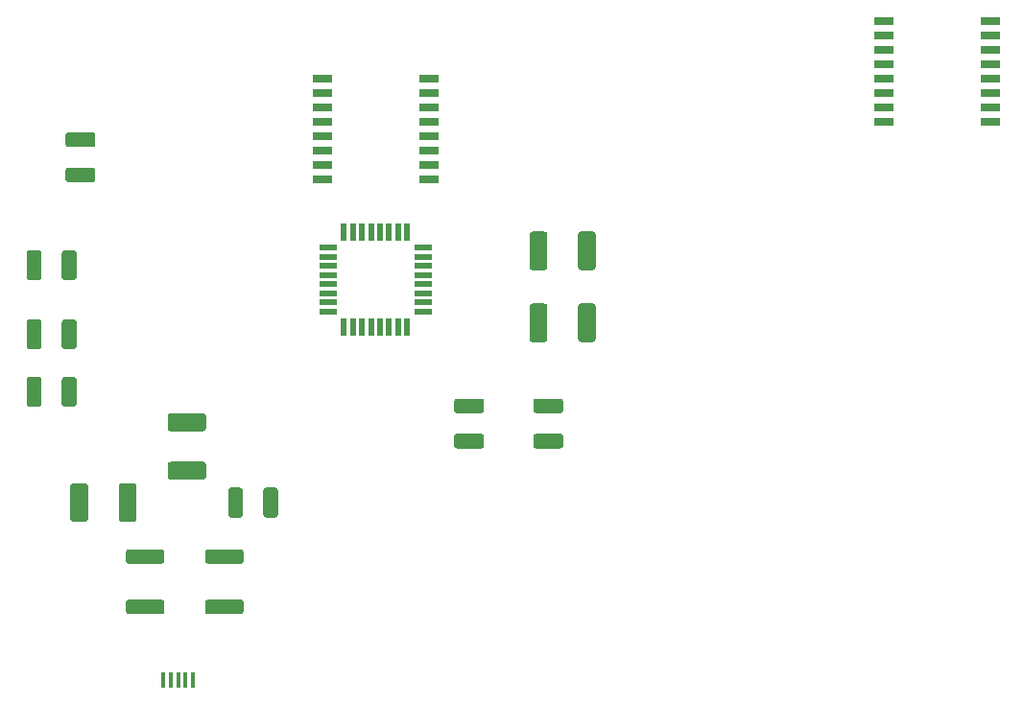
<source format=gbr>
%TF.GenerationSoftware,KiCad,Pcbnew,(5.1.8)-1*%
%TF.CreationDate,2021-01-20T16:15:24-05:00*%
%TF.ProjectId,Switch_Panel,53776974-6368-45f5-9061-6e656c2e6b69,rev?*%
%TF.SameCoordinates,Original*%
%TF.FileFunction,Paste,Top*%
%TF.FilePolarity,Positive*%
%FSLAX46Y46*%
G04 Gerber Fmt 4.6, Leading zero omitted, Abs format (unit mm)*
G04 Created by KiCad (PCBNEW (5.1.8)-1) date 2021-01-20 16:15:24*
%MOMM*%
%LPD*%
G01*
G04 APERTURE LIST*
%ADD10R,1.700000X0.700000*%
%ADD11R,0.400000X1.350000*%
%ADD12R,0.550000X1.500000*%
%ADD13R,1.500000X0.550000*%
G04 APERTURE END LIST*
D10*
%TO.C,RN2*%
X71365000Y-40640000D03*
X71365000Y-39370000D03*
X71365000Y-38100000D03*
X71365000Y-36830000D03*
X71365000Y-41910000D03*
X71365000Y-43180000D03*
X71365000Y-44450000D03*
X71365000Y-45720000D03*
X61985000Y-40640000D03*
X61985000Y-41910000D03*
X61985000Y-39370000D03*
X61985000Y-38100000D03*
X61985000Y-36830000D03*
X61985000Y-43180000D03*
X61985000Y-44450000D03*
X61985000Y-45720000D03*
%TD*%
%TO.C,R4*%
G36*
G01*
X44904999Y-78405000D02*
X47805001Y-78405000D01*
G75*
G02*
X48055000Y-78654999I0J-249999D01*
G01*
X48055000Y-79455001D01*
G75*
G02*
X47805001Y-79705000I-249999J0D01*
G01*
X44904999Y-79705000D01*
G75*
G02*
X44655000Y-79455001I0J249999D01*
G01*
X44655000Y-78654999D01*
G75*
G02*
X44904999Y-78405000I249999J0D01*
G01*
G37*
G36*
G01*
X44904999Y-82855000D02*
X47805001Y-82855000D01*
G75*
G02*
X48055000Y-83104999I0J-249999D01*
G01*
X48055000Y-83905001D01*
G75*
G02*
X47805001Y-84155000I-249999J0D01*
G01*
X44904999Y-84155000D01*
G75*
G02*
X44655000Y-83905001I0J249999D01*
G01*
X44655000Y-83104999D01*
G75*
G02*
X44904999Y-82855000I249999J0D01*
G01*
G37*
%TD*%
%TO.C,C1*%
G36*
G01*
X84535000Y-59870002D02*
X84535000Y-56969998D01*
G75*
G02*
X84784998Y-56720000I249998J0D01*
G01*
X85860002Y-56720000D01*
G75*
G02*
X86110000Y-56969998I0J-249998D01*
G01*
X86110000Y-59870002D01*
G75*
G02*
X85860002Y-60120000I-249998J0D01*
G01*
X84784998Y-60120000D01*
G75*
G02*
X84535000Y-59870002I0J249998D01*
G01*
G37*
G36*
G01*
X80260000Y-59870002D02*
X80260000Y-56969998D01*
G75*
G02*
X80509998Y-56720000I249998J0D01*
G01*
X81585002Y-56720000D01*
G75*
G02*
X81835000Y-56969998I0J-249998D01*
G01*
X81835000Y-59870002D01*
G75*
G02*
X81585002Y-60120000I-249998J0D01*
G01*
X80509998Y-60120000D01*
G75*
G02*
X80260000Y-59870002I0J249998D01*
G01*
G37*
%TD*%
%TO.C,C2*%
G36*
G01*
X80260000Y-53520002D02*
X80260000Y-50619998D01*
G75*
G02*
X80509998Y-50370000I249998J0D01*
G01*
X81585002Y-50370000D01*
G75*
G02*
X81835000Y-50619998I0J-249998D01*
G01*
X81835000Y-53520002D01*
G75*
G02*
X81585002Y-53770000I-249998J0D01*
G01*
X80509998Y-53770000D01*
G75*
G02*
X80260000Y-53520002I0J249998D01*
G01*
G37*
G36*
G01*
X84535000Y-53520002D02*
X84535000Y-50619998D01*
G75*
G02*
X84784998Y-50370000I249998J0D01*
G01*
X85860002Y-50370000D01*
G75*
G02*
X86110000Y-50619998I0J-249998D01*
G01*
X86110000Y-53520002D01*
G75*
G02*
X85860002Y-53770000I-249998J0D01*
G01*
X84784998Y-53770000D01*
G75*
G02*
X84535000Y-53520002I0J249998D01*
G01*
G37*
%TD*%
%TO.C,C3*%
G36*
G01*
X48587998Y-70692000D02*
X51488002Y-70692000D01*
G75*
G02*
X51738000Y-70941998I0J-249998D01*
G01*
X51738000Y-72017002D01*
G75*
G02*
X51488002Y-72267000I-249998J0D01*
G01*
X48587998Y-72267000D01*
G75*
G02*
X48338000Y-72017002I0J249998D01*
G01*
X48338000Y-70941998D01*
G75*
G02*
X48587998Y-70692000I249998J0D01*
G01*
G37*
G36*
G01*
X48587998Y-66417000D02*
X51488002Y-66417000D01*
G75*
G02*
X51738000Y-66666998I0J-249998D01*
G01*
X51738000Y-67742002D01*
G75*
G02*
X51488002Y-67992000I-249998J0D01*
G01*
X48587998Y-67992000D01*
G75*
G02*
X48338000Y-67742002I0J249998D01*
G01*
X48338000Y-66666998D01*
G75*
G02*
X48587998Y-66417000I249998J0D01*
G01*
G37*
%TD*%
%TO.C,C4*%
G36*
G01*
X39747000Y-75745002D02*
X39747000Y-72844998D01*
G75*
G02*
X39996998Y-72595000I249998J0D01*
G01*
X41072002Y-72595000D01*
G75*
G02*
X41322000Y-72844998I0J-249998D01*
G01*
X41322000Y-75745002D01*
G75*
G02*
X41072002Y-75995000I-249998J0D01*
G01*
X39996998Y-75995000D01*
G75*
G02*
X39747000Y-75745002I0J249998D01*
G01*
G37*
G36*
G01*
X44022000Y-75745002D02*
X44022000Y-72844998D01*
G75*
G02*
X44271998Y-72595000I249998J0D01*
G01*
X45347002Y-72595000D01*
G75*
G02*
X45597000Y-72844998I0J-249998D01*
G01*
X45597000Y-75745002D01*
G75*
G02*
X45347002Y-75995000I-249998J0D01*
G01*
X44271998Y-75995000D01*
G75*
G02*
X44022000Y-75745002I0J249998D01*
G01*
G37*
%TD*%
D11*
%TO.C,J1*%
X49276000Y-89916000D03*
X49926000Y-89916000D03*
X50576000Y-89916000D03*
X48626000Y-89916000D03*
X47976000Y-89916000D03*
%TD*%
%TO.C,R1*%
G36*
G01*
X37200000Y-52264999D02*
X37200000Y-54415001D01*
G75*
G02*
X36950001Y-54665000I-249999J0D01*
G01*
X36149999Y-54665000D01*
G75*
G02*
X35900000Y-54415001I0J249999D01*
G01*
X35900000Y-52264999D01*
G75*
G02*
X36149999Y-52015000I249999J0D01*
G01*
X36950001Y-52015000D01*
G75*
G02*
X37200000Y-52264999I0J-249999D01*
G01*
G37*
G36*
G01*
X40300000Y-52264999D02*
X40300000Y-54415001D01*
G75*
G02*
X40050001Y-54665000I-249999J0D01*
G01*
X39249999Y-54665000D01*
G75*
G02*
X39000000Y-54415001I0J249999D01*
G01*
X39000000Y-52264999D01*
G75*
G02*
X39249999Y-52015000I249999J0D01*
G01*
X40050001Y-52015000D01*
G75*
G02*
X40300000Y-52264999I0J-249999D01*
G01*
G37*
%TD*%
%TO.C,R3*%
G36*
G01*
X51889999Y-78405000D02*
X54790001Y-78405000D01*
G75*
G02*
X55040000Y-78654999I0J-249999D01*
G01*
X55040000Y-79455001D01*
G75*
G02*
X54790001Y-79705000I-249999J0D01*
G01*
X51889999Y-79705000D01*
G75*
G02*
X51640000Y-79455001I0J249999D01*
G01*
X51640000Y-78654999D01*
G75*
G02*
X51889999Y-78405000I249999J0D01*
G01*
G37*
G36*
G01*
X51889999Y-82855000D02*
X54790001Y-82855000D01*
G75*
G02*
X55040000Y-83104999I0J-249999D01*
G01*
X55040000Y-83905001D01*
G75*
G02*
X54790001Y-84155000I-249999J0D01*
G01*
X51889999Y-84155000D01*
G75*
G02*
X51640000Y-83905001I0J249999D01*
G01*
X51640000Y-83104999D01*
G75*
G02*
X51889999Y-82855000I249999J0D01*
G01*
G37*
%TD*%
%TO.C,R5*%
G36*
G01*
X35900000Y-65591001D02*
X35900000Y-63440999D01*
G75*
G02*
X36149999Y-63191000I249999J0D01*
G01*
X36950001Y-63191000D01*
G75*
G02*
X37200000Y-63440999I0J-249999D01*
G01*
X37200000Y-65591001D01*
G75*
G02*
X36950001Y-65841000I-249999J0D01*
G01*
X36149999Y-65841000D01*
G75*
G02*
X35900000Y-65591001I0J249999D01*
G01*
G37*
G36*
G01*
X39000000Y-65591001D02*
X39000000Y-63440999D01*
G75*
G02*
X39249999Y-63191000I249999J0D01*
G01*
X40050001Y-63191000D01*
G75*
G02*
X40300000Y-63440999I0J-249999D01*
G01*
X40300000Y-65591001D01*
G75*
G02*
X40050001Y-65841000I-249999J0D01*
G01*
X39249999Y-65841000D01*
G75*
G02*
X39000000Y-65591001I0J249999D01*
G01*
G37*
%TD*%
%TO.C,R6*%
G36*
G01*
X39000000Y-60511001D02*
X39000000Y-58360999D01*
G75*
G02*
X39249999Y-58111000I249999J0D01*
G01*
X40050001Y-58111000D01*
G75*
G02*
X40300000Y-58360999I0J-249999D01*
G01*
X40300000Y-60511001D01*
G75*
G02*
X40050001Y-60761000I-249999J0D01*
G01*
X39249999Y-60761000D01*
G75*
G02*
X39000000Y-60511001I0J249999D01*
G01*
G37*
G36*
G01*
X35900000Y-60511001D02*
X35900000Y-58360999D01*
G75*
G02*
X36149999Y-58111000I249999J0D01*
G01*
X36950001Y-58111000D01*
G75*
G02*
X37200000Y-58360999I0J-249999D01*
G01*
X37200000Y-60511001D01*
G75*
G02*
X36950001Y-60761000I-249999J0D01*
G01*
X36149999Y-60761000D01*
G75*
G02*
X35900000Y-60511001I0J249999D01*
G01*
G37*
%TD*%
%TO.C,R7*%
G36*
G01*
X82990001Y-66410000D02*
X80839999Y-66410000D01*
G75*
G02*
X80590000Y-66160001I0J249999D01*
G01*
X80590000Y-65359999D01*
G75*
G02*
X80839999Y-65110000I249999J0D01*
G01*
X82990001Y-65110000D01*
G75*
G02*
X83240000Y-65359999I0J-249999D01*
G01*
X83240000Y-66160001D01*
G75*
G02*
X82990001Y-66410000I-249999J0D01*
G01*
G37*
G36*
G01*
X82990001Y-69510000D02*
X80839999Y-69510000D01*
G75*
G02*
X80590000Y-69260001I0J249999D01*
G01*
X80590000Y-68459999D01*
G75*
G02*
X80839999Y-68210000I249999J0D01*
G01*
X82990001Y-68210000D01*
G75*
G02*
X83240000Y-68459999I0J-249999D01*
G01*
X83240000Y-69260001D01*
G75*
G02*
X82990001Y-69510000I-249999J0D01*
G01*
G37*
%TD*%
%TO.C,R8*%
G36*
G01*
X76005001Y-69510000D02*
X73854999Y-69510000D01*
G75*
G02*
X73605000Y-69260001I0J249999D01*
G01*
X73605000Y-68459999D01*
G75*
G02*
X73854999Y-68210000I249999J0D01*
G01*
X76005001Y-68210000D01*
G75*
G02*
X76255000Y-68459999I0J-249999D01*
G01*
X76255000Y-69260001D01*
G75*
G02*
X76005001Y-69510000I-249999J0D01*
G01*
G37*
G36*
G01*
X76005001Y-66410000D02*
X73854999Y-66410000D01*
G75*
G02*
X73605000Y-66160001I0J249999D01*
G01*
X73605000Y-65359999D01*
G75*
G02*
X73854999Y-65110000I249999J0D01*
G01*
X76005001Y-65110000D01*
G75*
G02*
X76255000Y-65359999I0J-249999D01*
G01*
X76255000Y-66160001D01*
G75*
G02*
X76005001Y-66410000I-249999J0D01*
G01*
G37*
%TD*%
%TO.C,R9*%
G36*
G01*
X39564999Y-41615000D02*
X41715001Y-41615000D01*
G75*
G02*
X41965000Y-41864999I0J-249999D01*
G01*
X41965000Y-42665001D01*
G75*
G02*
X41715001Y-42915000I-249999J0D01*
G01*
X39564999Y-42915000D01*
G75*
G02*
X39315000Y-42665001I0J249999D01*
G01*
X39315000Y-41864999D01*
G75*
G02*
X39564999Y-41615000I249999J0D01*
G01*
G37*
G36*
G01*
X39564999Y-44715000D02*
X41715001Y-44715000D01*
G75*
G02*
X41965000Y-44964999I0J-249999D01*
G01*
X41965000Y-45765001D01*
G75*
G02*
X41715001Y-46015000I-249999J0D01*
G01*
X39564999Y-46015000D01*
G75*
G02*
X39315000Y-45765001I0J249999D01*
G01*
X39315000Y-44964999D01*
G75*
G02*
X39564999Y-44715000I249999J0D01*
G01*
G37*
%TD*%
D12*
%TO.C,U1*%
X69475000Y-50410000D03*
D13*
X70875000Y-57410000D03*
X70875000Y-56610000D03*
X70875000Y-55810000D03*
X70875000Y-55010000D03*
X70875000Y-54210000D03*
X70875000Y-53410000D03*
X70875000Y-52610000D03*
X70875000Y-51810000D03*
D12*
X68675000Y-50410000D03*
X67875000Y-50410000D03*
X67075000Y-50410000D03*
X66275000Y-50410000D03*
X65475000Y-50410000D03*
X64675000Y-50410000D03*
X63875000Y-50410000D03*
D13*
X62475000Y-51810000D03*
X62475000Y-52610000D03*
X62475000Y-53410000D03*
X62475000Y-54210000D03*
X62475000Y-55010000D03*
X62475000Y-55810000D03*
X62475000Y-56610000D03*
X62475000Y-57410000D03*
D12*
X63875000Y-58810000D03*
X64675000Y-58810000D03*
X65475000Y-58810000D03*
X66275000Y-58810000D03*
X67075000Y-58810000D03*
X67875000Y-58810000D03*
X68675000Y-58810000D03*
X69475000Y-58810000D03*
%TD*%
D10*
%TO.C,RN1*%
X120895000Y-31750000D03*
X120895000Y-33020000D03*
X120895000Y-34290000D03*
X120895000Y-40640000D03*
X120895000Y-39370000D03*
X120895000Y-38100000D03*
X120895000Y-35560000D03*
X120895000Y-36830000D03*
X111515000Y-31750000D03*
X111515000Y-33020000D03*
X111515000Y-34290000D03*
X111515000Y-35560000D03*
X111515000Y-40640000D03*
X111515000Y-39370000D03*
X111515000Y-38100000D03*
X111515000Y-36830000D03*
%TD*%
%TO.C,R2*%
G36*
G01*
X58080000Y-73219999D02*
X58080000Y-75370001D01*
G75*
G02*
X57830001Y-75620000I-249999J0D01*
G01*
X57029999Y-75620000D01*
G75*
G02*
X56780000Y-75370001I0J249999D01*
G01*
X56780000Y-73219999D01*
G75*
G02*
X57029999Y-72970000I249999J0D01*
G01*
X57830001Y-72970000D01*
G75*
G02*
X58080000Y-73219999I0J-249999D01*
G01*
G37*
G36*
G01*
X54980000Y-73219999D02*
X54980000Y-75370001D01*
G75*
G02*
X54730001Y-75620000I-249999J0D01*
G01*
X53929999Y-75620000D01*
G75*
G02*
X53680000Y-75370001I0J249999D01*
G01*
X53680000Y-73219999D01*
G75*
G02*
X53929999Y-72970000I249999J0D01*
G01*
X54730001Y-72970000D01*
G75*
G02*
X54980000Y-73219999I0J-249999D01*
G01*
G37*
%TD*%
M02*

</source>
